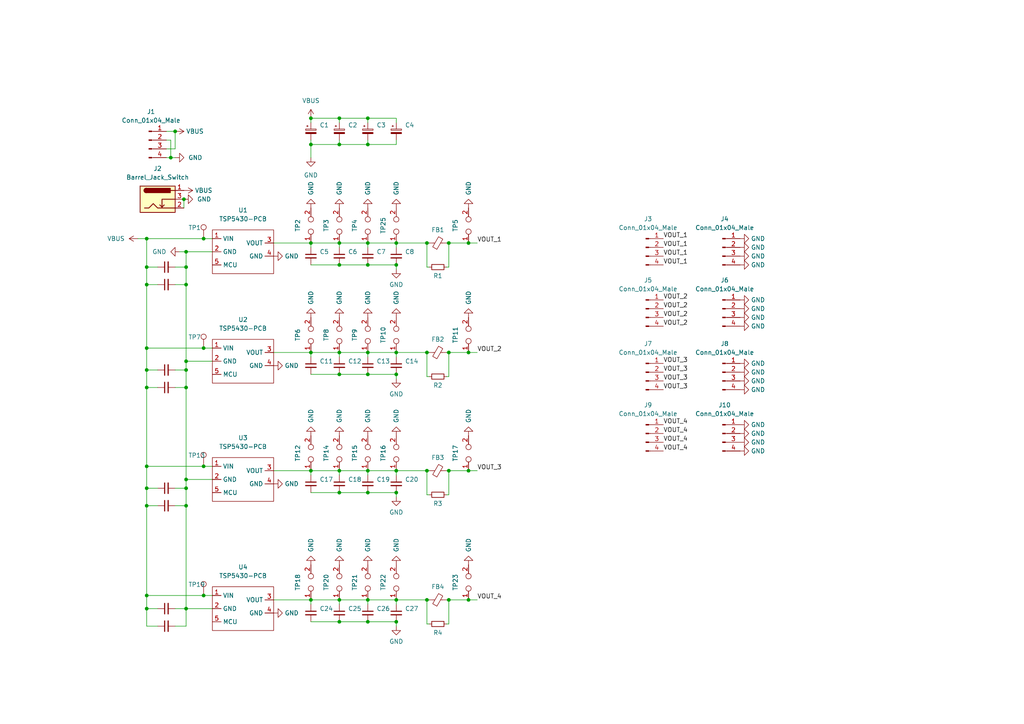
<source format=kicad_sch>
(kicad_sch (version 20211123) (generator eeschema)
  (paper "A4")
  (lib_symbols
    (symbol "#Wegner:TSP5430-PCB"
      (property "Reference" "U" (at 0 -8.89 0))
      (property "Value" "TSP5430-PCB" (at 0 8.89 0))
      (symbol "TSP5430-PCB_0_1"
        (rectangle (start -8.89 6.35) (end 8.89 -6.35))
      )
      (symbol "TSP5430-PCB_1_1"
        (pin input line (at -8.89 3.81 0) (length 2.54) (name "VIN") (number "1"))
        (pin input line (at -8.89 0 0) (length 2.54) (name "GND") (number "2"))
        (pin output line (at 8.89 2.54 180) (length 2.54) (name "VOUT") (number "3"))
        (pin output line (at 8.89 -1.27 180) (length 2.54) (name "GND") (number "4"))
        (pin input line (at -8.89 -3.81 0) (length 2.54) (name "MCU") (number "5"))
      )
    )
    (symbol "Connector:Barrel_Jack_Switch" (pin_names hide)
      (property "Reference" "J" (at 0 5.334 0))
      (property "Value" "Barrel_Jack_Switch" (at 0 -5.08 0))
      (symbol "Barrel_Jack_Switch_0_1"
        (rectangle (start -5.08 3.81) (end 5.08 -3.81) (stroke (width 0.254)) (fill (type background)))
        (arc (start -3.302 3.175) (mid -3.937 2.54) (end -3.302 1.905) (stroke (width 0.254)))
        (arc (start -3.302 3.175) (mid -3.937 2.54) (end -3.302 1.905) (stroke (width 0.254)) (fill (type outline)))
        (polyline (pts (xy 1.27 -2.286) (xy 1.905 -1.651)) (stroke (width 0.254)))
        (polyline (pts (xy 5.08 2.54) (xy 3.81 2.54)) (stroke (width 0.254)))
        (polyline (pts (xy 5.08 0) (xy 1.27 0) (xy 1.27 -2.286) (xy 0.635 -1.651)) (stroke (width 0.254)))
        (polyline (pts (xy -3.81 -2.54) (xy -2.54 -2.54) (xy -1.27 -1.27) (xy 0 -2.54) (xy 2.54 -2.54) (xy 5.08 -2.54)) (stroke (width 0.254)))
        (rectangle (start 3.683 3.175) (end -3.302 1.905) (stroke (width 0.254)) (fill (type outline)))
      )
      (symbol "Barrel_Jack_Switch_1_1"
        (pin passive line (at 7.62 2.54 180) (length 2.54) (name "~") (number "1"))
        (pin passive line (at 7.62 -2.54 180) (length 2.54) (name "~") (number "2"))
        (pin passive line (at 7.62 0 180) (length 2.54) (name "~") (number "3"))
      )
    )
    (symbol "Connector:Conn_01x04_Male" (pin_names (offset 1.016) hide)
      (property "Reference" "J" (at 0 5.08 0))
      (property "Value" "Conn_01x04_Male" (at 0 -7.62 0))
      (symbol "Conn_01x04_Male_1_1"
        (polyline (pts (xy 1.27 -5.08) (xy 0.8636 -5.08)) (stroke (width 0.1524)))
        (polyline (pts (xy 1.27 -2.54) (xy 0.8636 -2.54)) (stroke (width 0.1524)))
        (polyline (pts (xy 1.27 0) (xy 0.8636 0)) (stroke (width 0.1524)))
        (polyline (pts (xy 1.27 2.54) (xy 0.8636 2.54)) (stroke (width 0.1524)))
        (rectangle (start 0.8636 -4.953) (end 0 -5.207) (stroke (width 0.1524)) (fill (type outline)))
        (rectangle (start 0.8636 -2.413) (end 0 -2.667) (stroke (width 0.1524)) (fill (type outline)))
        (rectangle (start 0.8636 0.127) (end 0 -0.127) (stroke (width 0.1524)) (fill (type outline)))
        (rectangle (start 0.8636 2.667) (end 0 2.413) (stroke (width 0.1524)) (fill (type outline)))
        (pin passive line (at 5.08 2.54 180) (length 3.81) (name "Pin_1") (number "1"))
        (pin passive line (at 5.08 0 180) (length 3.81) (name "Pin_2") (number "2"))
        (pin passive line (at 5.08 -2.54 180) (length 3.81) (name "Pin_3") (number "3"))
        (pin passive line (at 5.08 -5.08 180) (length 3.81) (name "Pin_4") (number "4"))
      )
    )
    (symbol "Connector:TestPoint" (pin_numbers hide) (pin_names (offset 0.762) hide)
      (property "Reference" "TP" (at 0 6.858 0))
      (property "Value" "TestPoint" (at 0 5.08 0))
      (symbol "TestPoint_0_1"
        (circle (center 0 3.302) (radius 0.762))
      )
      (symbol "TestPoint_1_1"
        (pin passive line (at 0 0 90) (length 2.54) (name "1") (number "1"))
      )
    )
    (symbol "Connector:TestPoint_2Pole" (pin_names (offset 0.762) hide)
      (property "Reference" "TP" (at 0 1.524 0))
      (property "Value" "TestPoint_2Pole" (at 0 -1.778 0))
      (symbol "TestPoint_2Pole_0_1"
        (circle (center -1.778 0) (radius 0.762))
        (circle (center 1.778 0) (radius 0.762))
        (pin passive line (at -5.08 0 0) (length 2.54) (name "1") (number "1"))
        (pin passive line (at 5.08 0 180) (length 2.54) (name "2") (number "2"))
      )
    )
    (symbol "Device:C_Polarized_Small" (pin_numbers hide) (pin_names (offset 0.254) hide)
      (property "Reference" "C" (at 0.254 1.778 0))
      (property "Value" "C_Polarized_Small" (at 0.254 -2.032 0))
      (symbol "C_Polarized_Small_0_1"
        (rectangle (start -1.524 -0.3048) (end 1.524 -0.6858) (fill (type outline)))
        (rectangle (start -1.524 0.6858) (end 1.524 0.3048))
        (polyline (pts (xy -1.27 1.524) (xy -0.762 1.524)))
        (polyline (pts (xy -1.016 1.27) (xy -1.016 1.778)))
      )
      (symbol "C_Polarized_Small_1_1"
        (pin passive line (at 0 2.54 270) (length 1.8542) (name "~") (number "1"))
        (pin passive line (at 0 -2.54 90) (length 1.8542) (name "~") (number "2"))
      )
    )
    (symbol "Device:C_Small" (pin_numbers hide) (pin_names (offset 0.254) hide)
      (property "Reference" "C" (at 0.254 1.778 0))
      (property "Value" "C_Small" (at 0.254 -2.032 0))
      (symbol "C_Small_0_1"
        (polyline (pts (xy -1.524 -0.508) (xy 1.524 -0.508)) (stroke (width 0.3302)))
        (polyline (pts (xy -1.524 0.508) (xy 1.524 0.508)) (stroke (width 0.3048)))
      )
      (symbol "C_Small_1_1"
        (pin passive line (at 0 2.54 270) (length 2.032) (name "~") (number "1"))
        (pin passive line (at 0 -2.54 90) (length 2.032) (name "~") (number "2"))
      )
    )
    (symbol "Device:FerriteBead_Small" (pin_numbers hide) (pin_names (offset 0))
      (property "Reference" "FB" (at 1.905 1.27 0))
      (property "Value" "FerriteBead_Small" (at 1.905 -1.27 0))
      (symbol "FerriteBead_Small_0_1"
        (polyline (pts (xy 0 -1.27) (xy 0 -0.7874)))
        (polyline (pts (xy 0 0.889) (xy 0 1.2954)))
        (polyline (pts (xy -1.8288 0.2794) (xy -1.1176 1.4986) (xy 1.8288 -0.2032) (xy 1.1176 -1.4224) (xy -1.8288 0.2794)))
      )
      (symbol "FerriteBead_Small_1_1"
        (pin passive line (at 0 2.54 270) (length 1.27) (name "~") (number "1"))
        (pin passive line (at 0 -2.54 90) (length 1.27) (name "~") (number "2"))
      )
    )
    (symbol "Device:R_Small" (pin_numbers hide) (pin_names (offset 0.254) hide)
      (property "Reference" "R" (at 0.762 0.508 0))
      (property "Value" "R_Small" (at 0.762 -1.016 0))
      (symbol "R_Small_0_1"
        (rectangle (start -0.762 1.778) (end 0.762 -1.778) (stroke (width 0.2032)))
      )
      (symbol "R_Small_1_1"
        (pin passive line (at 0 2.54 270) (length 0.762) (name "~") (number "1"))
        (pin passive line (at 0 -2.54 90) (length 0.762) (name "~") (number "2"))
      )
    )
    (symbol "power:GND" (power) (pin_names (offset 0))
      (property "Value" "GND" (at 0 -3.81 0))
      (symbol "GND_0_1"
        (polyline (pts (xy 0 0) (xy 0 -1.27) (xy 1.27 -1.27) (xy 0 -2.54) (xy -1.27 -1.27) (xy 0 -1.27)))
      )
      (symbol "GND_1_1"
        (pin power_in line (at 0 0 270) (length 0) hide (name "GND") (number "1"))
      )
    )
    (symbol "power:VBUS" (power) (pin_names (offset 0))
      (property "Value" "VBUS" (at 0 3.81 0))
      (symbol "VBUS_0_1"
        (polyline (pts (xy -0.762 1.27) (xy 0 2.54)))
        (polyline (pts (xy 0 0) (xy 0 2.54)))
        (polyline (pts (xy 0 2.54) (xy 0.762 1.27)))
      )
      (symbol "VBUS_1_1"
        (pin power_in line (at 0 0 90) (length 0) hide (name "VBUS") (number "1"))
      )
    )
  )
  (junction (at 98.425 76.835))
  (junction (at 98.425 142.875))
  (junction (at 90.17 34.29))
  (junction (at 42.545 107.315))
  (junction (at 106.68 173.99))
  (junction (at 114.935 180.34))
  (junction (at 98.425 102.235))
  (junction (at 53.975 107.315))
  (junction (at 90.17 173.99))
  (junction (at 42.545 77.47))
  (junction (at 98.425 41.91))
  (junction (at 42.545 100.965))
  (junction (at 135.89 70.485))
  (junction (at 114.935 102.235))
  (junction (at 98.425 180.34))
  (junction (at 42.545 82.55))
  (junction (at 123.825 173.99))
  (junction (at 106.68 180.34))
  (junction (at 42.545 112.395))
  (junction (at 106.68 102.235))
  (junction (at 42.545 172.72))
  (junction (at 106.68 41.91))
  (junction (at 130.175 173.99))
  (junction (at 53.975 141.605))
  (junction (at 123.825 102.235))
  (junction (at 42.545 135.255))
  (junction (at 98.425 136.525))
  (junction (at 59.055 69.215))
  (junction (at 59.055 135.255))
  (junction (at 53.34 57.785))
  (junction (at 123.825 136.525))
  (junction (at 53.975 176.53))
  (junction (at 42.545 176.53))
  (junction (at 114.935 136.525))
  (junction (at 106.68 142.875))
  (junction (at 53.975 139.065))
  (junction (at 130.175 136.525))
  (junction (at 53.975 77.47))
  (junction (at 42.545 141.605))
  (junction (at 53.975 112.395))
  (junction (at 106.68 34.29))
  (junction (at 114.935 173.99))
  (junction (at 50.8 38.1))
  (junction (at 106.68 76.835))
  (junction (at 114.935 70.485))
  (junction (at 59.055 100.965))
  (junction (at 49.53 45.72))
  (junction (at 53.975 104.775))
  (junction (at 114.935 108.585))
  (junction (at 90.17 70.485))
  (junction (at 130.175 102.235))
  (junction (at 98.425 173.99))
  (junction (at 123.825 70.485))
  (junction (at 135.89 102.235))
  (junction (at 53.975 82.55))
  (junction (at 59.055 172.72))
  (junction (at 114.935 76.835))
  (junction (at 106.68 136.525))
  (junction (at 53.975 73.025))
  (junction (at 42.545 146.685))
  (junction (at 130.175 70.485))
  (junction (at 90.17 41.91))
  (junction (at 98.425 108.585))
  (junction (at 135.89 173.99))
  (junction (at 90.17 102.235))
  (junction (at 42.545 69.215))
  (junction (at 98.425 70.485))
  (junction (at 135.89 136.525))
  (junction (at 53.975 146.685))
  (junction (at 98.425 34.29))
  (junction (at 114.935 142.875))
  (junction (at 90.17 136.525))
  (junction (at 106.68 108.585))
  (junction (at 106.68 70.485))
  (wire (pts (xy 90.17 76.835) (xy 98.425 76.835)))
  (wire (pts (xy 50.8 181.61) (xy 53.975 181.61)))
  (wire (pts (xy 114.935 76.835) (xy 114.935 78.105)))
  (wire (pts (xy 90.17 40.64) (xy 90.17 41.91)))
  (wire (pts (xy 106.68 70.485) (xy 106.68 71.755)))
  (wire (pts (xy 40.005 69.215) (xy 42.545 69.215)))
  (wire (pts (xy 98.425 40.64) (xy 98.425 41.91)))
  (wire (pts (xy 129.54 70.485) (xy 130.175 70.485)))
  (wire (pts (xy 123.825 180.975) (xy 124.46 180.975)))
  (wire (pts (xy 98.425 34.29) (xy 106.68 34.29)))
  (wire (pts (xy 114.935 70.485) (xy 123.825 70.485)))
  (wire (pts (xy 123.825 70.485) (xy 123.825 77.47)))
  (wire (pts (xy 106.68 34.29) (xy 114.935 34.29)))
  (wire (pts (xy 130.175 77.47) (xy 130.175 70.485)))
  (wire (pts (xy 106.68 136.525) (xy 106.68 137.795)))
  (wire (pts (xy 114.935 108.585) (xy 114.935 109.855)))
  (wire (pts (xy 123.825 102.235) (xy 124.46 102.235)))
  (wire (pts (xy 59.055 135.255) (xy 61.595 135.255)))
  (wire (pts (xy 50.8 112.395) (xy 53.975 112.395)))
  (wire (pts (xy 114.935 136.525) (xy 123.825 136.525)))
  (wire (pts (xy 42.545 135.255) (xy 42.545 141.605)))
  (wire (pts (xy 98.425 102.235) (xy 106.68 102.235)))
  (wire (pts (xy 129.54 77.47) (xy 130.175 77.47)))
  (wire (pts (xy 42.545 82.55) (xy 42.545 100.965)))
  (wire (pts (xy 130.175 102.235) (xy 135.89 102.235)))
  (wire (pts (xy 59.055 172.72) (xy 61.595 172.72)))
  (wire (pts (xy 90.17 41.91) (xy 98.425 41.91)))
  (wire (pts (xy 135.89 173.99) (xy 138.43 173.99)))
  (wire (pts (xy 61.595 69.215) (xy 59.055 69.215)))
  (wire (pts (xy 106.68 136.525) (xy 114.935 136.525)))
  (wire (pts (xy 49.53 40.64) (xy 49.53 45.72)))
  (wire (pts (xy 42.545 100.965) (xy 59.055 100.965)))
  (wire (pts (xy 42.545 82.55) (xy 45.72 82.55)))
  (wire (pts (xy 53.975 141.605) (xy 53.975 139.065)))
  (wire (pts (xy 42.545 176.53) (xy 42.545 181.61)))
  (wire (pts (xy 52.07 73.025) (xy 53.975 73.025)))
  (wire (pts (xy 53.34 57.785) (xy 53.34 60.325)))
  (wire (pts (xy 106.68 173.99) (xy 106.68 175.26)))
  (wire (pts (xy 123.825 136.525) (xy 123.825 143.51)))
  (wire (pts (xy 53.975 107.315) (xy 53.975 104.775)))
  (wire (pts (xy 106.68 102.235) (xy 106.68 103.505)))
  (wire (pts (xy 98.425 70.485) (xy 98.425 71.755)))
  (wire (pts (xy 50.8 107.315) (xy 53.975 107.315)))
  (wire (pts (xy 53.975 73.025) (xy 61.595 73.025)))
  (wire (pts (xy 123.825 173.99) (xy 123.825 180.975)))
  (wire (pts (xy 106.68 102.235) (xy 114.935 102.235)))
  (wire (pts (xy 114.935 180.34) (xy 114.935 181.61)))
  (wire (pts (xy 98.425 70.485) (xy 106.68 70.485)))
  (wire (pts (xy 135.89 136.525) (xy 138.43 136.525)))
  (wire (pts (xy 130.175 180.975) (xy 130.175 173.99)))
  (wire (pts (xy 98.425 34.29) (xy 98.425 35.56)))
  (wire (pts (xy 61.595 176.53) (xy 53.975 176.53)))
  (wire (pts (xy 50.8 176.53) (xy 53.975 176.53)))
  (wire (pts (xy 53.975 82.55) (xy 53.975 104.775)))
  (wire (pts (xy 123.825 77.47) (xy 124.46 77.47)))
  (wire (pts (xy 59.055 69.215) (xy 42.545 69.215)))
  (wire (pts (xy 98.425 136.525) (xy 106.68 136.525)))
  (wire (pts (xy 90.17 34.29) (xy 90.17 35.56)))
  (wire (pts (xy 48.26 40.64) (xy 49.53 40.64)))
  (wire (pts (xy 53.975 146.685) (xy 53.975 176.53)))
  (wire (pts (xy 90.17 70.485) (xy 98.425 70.485)))
  (wire (pts (xy 106.68 41.91) (xy 114.935 41.91)))
  (wire (pts (xy 98.425 173.99) (xy 98.425 175.26)))
  (wire (pts (xy 42.545 181.61) (xy 45.72 181.61)))
  (wire (pts (xy 129.54 180.975) (xy 130.175 180.975)))
  (wire (pts (xy 90.17 108.585) (xy 98.425 108.585)))
  (wire (pts (xy 98.425 180.34) (xy 106.68 180.34)))
  (wire (pts (xy 53.975 112.395) (xy 53.975 139.065)))
  (wire (pts (xy 42.545 112.395) (xy 42.545 135.255)))
  (wire (pts (xy 42.545 69.215) (xy 42.545 77.47)))
  (wire (pts (xy 50.8 82.55) (xy 53.975 82.55)))
  (wire (pts (xy 48.26 38.1) (xy 50.8 38.1)))
  (wire (pts (xy 53.975 112.395) (xy 53.975 107.315)))
  (wire (pts (xy 123.825 102.235) (xy 123.825 109.22)))
  (wire (pts (xy 50.8 141.605) (xy 53.975 141.605)))
  (wire (pts (xy 98.425 41.91) (xy 106.68 41.91)))
  (wire (pts (xy 50.8 77.47) (xy 53.975 77.47)))
  (wire (pts (xy 53.975 104.775) (xy 61.595 104.775)))
  (wire (pts (xy 130.175 109.22) (xy 130.175 102.235)))
  (wire (pts (xy 98.425 108.585) (xy 106.68 108.585)))
  (wire (pts (xy 123.825 173.99) (xy 124.46 173.99)))
  (wire (pts (xy 79.375 70.485) (xy 90.17 70.485)))
  (wire (pts (xy 114.935 102.235) (xy 123.825 102.235)))
  (wire (pts (xy 90.17 41.91) (xy 90.17 45.72)))
  (wire (pts (xy 114.935 41.91) (xy 114.935 40.64)))
  (wire (pts (xy 90.17 102.235) (xy 90.17 103.505)))
  (wire (pts (xy 49.53 45.72) (xy 48.26 45.72)))
  (wire (pts (xy 53.975 139.065) (xy 61.595 139.065)))
  (wire (pts (xy 42.545 135.255) (xy 59.055 135.255)))
  (wire (pts (xy 53.975 82.55) (xy 53.975 77.47)))
  (wire (pts (xy 98.425 76.835) (xy 106.68 76.835)))
  (wire (pts (xy 123.825 109.22) (xy 124.46 109.22)))
  (wire (pts (xy 79.375 173.99) (xy 90.17 173.99)))
  (wire (pts (xy 42.545 77.47) (xy 45.72 77.47)))
  (wire (pts (xy 42.545 100.965) (xy 42.545 107.315)))
  (wire (pts (xy 114.935 142.875) (xy 114.935 144.145)))
  (wire (pts (xy 42.545 146.685) (xy 42.545 172.72)))
  (wire (pts (xy 129.54 136.525) (xy 130.175 136.525)))
  (wire (pts (xy 129.54 109.22) (xy 130.175 109.22)))
  (wire (pts (xy 114.935 173.99) (xy 114.935 175.26)))
  (wire (pts (xy 130.175 136.525) (xy 135.89 136.525)))
  (wire (pts (xy 53.975 176.53) (xy 53.975 181.61)))
  (wire (pts (xy 114.935 102.235) (xy 114.935 103.505)))
  (wire (pts (xy 90.17 136.525) (xy 90.17 137.795)))
  (wire (pts (xy 42.545 141.605) (xy 45.72 141.605)))
  (wire (pts (xy 129.54 102.235) (xy 130.175 102.235)))
  (wire (pts (xy 90.17 70.485) (xy 90.17 71.755)))
  (wire (pts (xy 42.545 77.47) (xy 42.545 82.55)))
  (wire (pts (xy 42.545 107.315) (xy 42.545 112.395)))
  (wire (pts (xy 50.8 146.685) (xy 53.975 146.685)))
  (wire (pts (xy 114.935 35.56) (xy 114.935 34.29)))
  (wire (pts (xy 90.17 102.235) (xy 98.425 102.235)))
  (wire (pts (xy 42.545 146.685) (xy 45.72 146.685)))
  (wire (pts (xy 106.68 142.875) (xy 114.935 142.875)))
  (wire (pts (xy 106.68 173.99) (xy 114.935 173.99)))
  (wire (pts (xy 79.375 102.235) (xy 90.17 102.235)))
  (wire (pts (xy 42.545 172.72) (xy 59.055 172.72)))
  (wire (pts (xy 98.425 102.235) (xy 98.425 103.505)))
  (wire (pts (xy 98.425 142.875) (xy 106.68 142.875)))
  (wire (pts (xy 114.935 173.99) (xy 123.825 173.99)))
  (wire (pts (xy 90.17 173.99) (xy 90.17 175.26)))
  (wire (pts (xy 50.8 38.1) (xy 50.8 43.18)))
  (wire (pts (xy 123.825 70.485) (xy 124.46 70.485)))
  (wire (pts (xy 90.17 34.29) (xy 98.425 34.29)))
  (wire (pts (xy 106.68 108.585) (xy 114.935 108.585)))
  (wire (pts (xy 135.89 70.485) (xy 138.43 70.485)))
  (wire (pts (xy 98.425 173.99) (xy 106.68 173.99)))
  (wire (pts (xy 130.175 143.51) (xy 130.175 136.525)))
  (wire (pts (xy 129.54 173.99) (xy 130.175 173.99)))
  (wire (pts (xy 90.17 180.34) (xy 98.425 180.34)))
  (wire (pts (xy 106.68 70.485) (xy 114.935 70.485)))
  (wire (pts (xy 50.8 43.18) (xy 48.26 43.18)))
  (wire (pts (xy 90.17 173.99) (xy 98.425 173.99)))
  (wire (pts (xy 106.68 35.56) (xy 106.68 34.29)))
  (wire (pts (xy 123.825 143.51) (xy 124.46 143.51)))
  (wire (pts (xy 90.17 142.875) (xy 98.425 142.875)))
  (wire (pts (xy 53.975 77.47) (xy 53.975 73.025)))
  (wire (pts (xy 98.425 136.525) (xy 98.425 137.795)))
  (wire (pts (xy 42.545 176.53) (xy 45.72 176.53)))
  (wire (pts (xy 130.175 70.485) (xy 135.89 70.485)))
  (wire (pts (xy 42.545 172.72) (xy 42.545 176.53)))
  (wire (pts (xy 42.545 107.315) (xy 45.72 107.315)))
  (wire (pts (xy 106.68 76.835) (xy 114.935 76.835)))
  (wire (pts (xy 123.825 136.525) (xy 124.46 136.525)))
  (wire (pts (xy 42.545 141.605) (xy 42.545 146.685)))
  (wire (pts (xy 53.975 146.685) (xy 53.975 141.605)))
  (wire (pts (xy 59.055 100.965) (xy 61.595 100.965)))
  (wire (pts (xy 79.375 136.525) (xy 90.17 136.525)))
  (wire (pts (xy 90.17 136.525) (xy 98.425 136.525)))
  (wire (pts (xy 135.89 102.235) (xy 138.43 102.235)))
  (wire (pts (xy 129.54 143.51) (xy 130.175 143.51)))
  (wire (pts (xy 114.935 70.485) (xy 114.935 71.755)))
  (wire (pts (xy 130.175 173.99) (xy 135.89 173.99)))
  (wire (pts (xy 106.68 180.34) (xy 114.935 180.34)))
  (wire (pts (xy 50.8 45.72) (xy 49.53 45.72)))
  (wire (pts (xy 42.545 112.395) (xy 45.72 112.395)))
  (wire (pts (xy 106.68 40.64) (xy 106.68 41.91)))
  (wire (pts (xy 114.935 136.525) (xy 114.935 137.795)))
  (label "VOUT_2" (at 192.405 86.995 0))
  (label "VOUT_1" (at 192.405 71.755 0))
  (label "VOUT_3" (at 192.405 110.49 0))
  (label "VOUT_4" (at 138.43 173.99 0))
  (label "VOUT_3" (at 192.405 107.95 0))
  (label "VOUT_2" (at 192.405 94.615 0))
  (label "VOUT_4" (at 192.405 128.27 0))
  (label "VOUT_2" (at 192.405 89.535 0))
  (label "VOUT_3" (at 138.43 136.525 0))
  (label "VOUT_1" (at 192.405 69.215 0))
  (label "VOUT_4" (at 192.405 123.19 0))
  (label "VOUT_1" (at 138.43 70.485 0))
  (label "VOUT_4" (at 192.405 130.81 0))
  (label "VOUT_4" (at 192.405 125.73 0))
  (label "VOUT_1" (at 192.405 74.295 0))
  (label "VOUT_2" (at 192.405 92.075 0))
  (label "VOUT_1" (at 192.405 76.835 0))
  (label "VOUT_3" (at 192.405 105.41 0))
  (label "VOUT_2" (at 138.43 102.235 0))
  (label "VOUT_3" (at 192.405 113.03 0))
  (symbol (lib_id "power:GND") (at 214.63 105.41 90) (unit 1)
    (property "Reference" "#PWR021" (effects hide))
    (property "Value" "GND" (at 217.805 105.4099 90) (effects (justify right)))
  )
  (symbol (lib_id "Connector:TestPoint_2Pole") (at 114.935 168.91 90) (unit 1)
    (property "Reference" "TP22" (at 111.125 168.91 0))
    (property "Value" "TestPoint_2Pole" (effects hide))
    (property "Footprint" "TestPoint:TestPoint_2Pads_Pitch5.08mm_Drill1.3mm" (effects hide))
  )
  (symbol (lib_id "Device:C_Small") (at 48.26 77.47 90) (unit 1)
    (property "Reference" "C9" (effects hide))
    (property "Value" "C_Small" (effects hide))
    (property "Footprint" "Bloomer_Library:0805-1206Capacitor" (effects hide))
  )
  (symbol (lib_id "power:GND") (at 214.63 71.755 90) (unit 1)
    (property "Reference" "#PWR09" (effects hide))
    (property "Value" "GND" (at 217.805 71.7549 90) (effects (justify right)))
  )
  (symbol (lib_id "power:GND") (at 114.935 181.61 0) (unit 1)
    (property "Reference" "#PWR032" (effects hide))
    (property "Value" "GND" (at 114.935 186.055 0))
  )
  (symbol (lib_id "Device:C_Small") (at 48.26 176.53 90) (unit 1)
    (property "Reference" "C23" (effects hide))
    (property "Value" "C_Small" (effects hide))
    (property "Footprint" "Bloomer_Library:0805-1206Capacitor" (effects hide))
  )
  (symbol (lib_id "Connector:TestPoint_2Pole") (at 90.17 65.405 90) (unit 1)
    (property "Reference" "TP2" (at 86.36 65.405 0))
    (property "Value" "TestPoint_2Pole" (effects hide))
    (property "Footprint" "TestPoint:TestPoint_2Pads_Pitch5.08mm_Drill1.3mm" (effects hide))
  )
  (symbol (lib_id "Device:C_Polarized_Small") (at 106.68 38.1 0) (unit 1)
    (property "Reference" "C3" (at 109.22 36.2838 0) (effects (justify left)))
    (property "Value" "C_Polarized_Small" (effects hide))
    (property "Footprint" "Capacitor_THT:CP_Radial_D8.0mm_P3.50mm" (effects hide))
  )
  (symbol (lib_id "Device:C_Polarized_Small") (at 90.17 38.1 0) (unit 1)
    (property "Reference" "C1" (at 92.71 36.2838 0) (effects (justify left)))
    (property "Value" "C_Polarized_Small" (effects hide))
    (property "Footprint" "Capacitor_THT:CP_Radial_D8.0mm_P3.50mm" (effects hide))
  )
  (symbol (lib_id "power:GND") (at 214.63 92.075 90) (unit 1)
    (property "Reference" "#PWR017" (effects hide))
    (property "Value" "GND" (at 217.805 92.0749 90) (effects (justify right)))
  )
  (symbol (lib_id "Connector:TestPoint_2Pole") (at 106.68 97.155 90) (unit 1)
    (property "Reference" "TP9" (at 102.87 97.155 0))
    (property "Value" "TestPoint_2Pole" (effects hide))
    (property "Footprint" "TestPoint:TestPoint_2Pads_Pitch5.08mm_Drill1.3mm" (effects hide))
  )
  (symbol (lib_id "Connector:TestPoint_2Pole") (at 106.68 65.405 90) (unit 1)
    (property "Reference" "TP4" (at 102.87 65.405 0))
    (property "Value" "TestPoint_2Pole" (effects hide))
    (property "Footprint" "TestPoint:TestPoint_2Pads_Pitch5.08mm_Drill1.3mm" (effects hide))
  )
  (symbol (lib_id "Device:FerriteBead_Small") (at 127 102.235 90) (unit 1)
    (property "Reference" "FB2" (at 127 98.425 90))
    (property "Value" "FerriteBead_Small" (effects hide))
    (property "Footprint" "Bloomer_Library:0805-1206Capacitor" (effects hide))
  )
  (symbol (lib_id "Connector:TestPoint_2Pole") (at 98.425 65.405 90) (unit 1)
    (property "Reference" "TP3" (at 94.615 65.405 0))
    (property "Value" "TestPoint_2Pole" (effects hide))
    (property "Footprint" "TestPoint:TestPoint_2Pads_Pitch5.08mm_Drill1.3mm" (effects hide))
  )
  (symbol (lib_id "Device:C_Small") (at 114.935 74.295 0) (unit 1)
    (property "Reference" "C8" (at 117.475 73.025 0) (effects (justify left)))
    (property "Value" "C_Small" (effects hide))
    (property "Footprint" "Bloomer_Library:0805-1206Capacitor" (effects hide))
  )
  (symbol (lib_id "Connector:Conn_01x04_Male") (at 187.325 89.535 0) (unit 1)
    (property "Reference" "J5" (at 187.96 81.28 0))
    (property "Value" "Conn_01x04_Male" (at 187.96 83.82 0))
    (property "Footprint" "Connector_PinSocket_2.54mm:PinSocket_1x04_P2.54mm_Vertical" (effects hide))
  )
  (symbol (lib_id "power:VBUS") (at 90.17 34.29 0) (unit 1)
    (property "Reference" "#PWR01" (effects hide))
    (property "Value" "VBUS" (at 90.17 29.21 0))
  )
  (symbol (lib_id "#Wegner:TSP5430-PCB") (at 70.485 73.025 0) (unit 1)
    (property "Reference" "U1" (at 70.485 60.96 0))
    (property "Value" "TSP5430-PCB" (at 70.485 63.5 0))
    (property "Footprint" "Bloomer_Library:TPS5430-REV3" (effects hide))
  )
  (symbol (lib_id "power:GND") (at 90.17 126.365 180) (unit 1)
    (property "Reference" "#PWR0113" (effects hide))
    (property "Value" "GND" (at 90.17 120.65 90))
  )
  (symbol (lib_id "power:GND") (at 114.935 126.365 180) (unit 1)
    (property "Reference" "#PWR0116" (effects hide))
    (property "Value" "GND" (at 114.935 120.65 90))
  )
  (symbol (lib_id "Device:C_Small") (at 114.935 140.335 0) (unit 1)
    (property "Reference" "C20" (at 117.475 139.065 0) (effects (justify left)))
    (property "Value" "C_Small" (effects hide))
    (property "Footprint" "Bloomer_Library:0805-1206Capacitor" (effects hide))
  )
  (symbol (lib_id "power:GND") (at 214.63 74.295 90) (unit 1)
    (property "Reference" "#PWR012" (effects hide))
    (property "Value" "GND" (at 217.805 74.2949 90) (effects (justify right)))
  )
  (symbol (lib_id "Connector:Conn_01x04_Male") (at 187.325 71.755 0) (unit 1)
    (property "Reference" "J3" (at 187.96 63.5 0))
    (property "Value" "Conn_01x04_Male" (at 187.96 66.04 0))
    (property "Footprint" "Connector_PinSocket_2.54mm:PinSocket_1x04_P2.54mm_Vertical" (effects hide))
  )
  (symbol (lib_id "Device:C_Small") (at 106.68 74.295 0) (unit 1)
    (property "Reference" "C7" (at 109.22 73.025 0) (effects (justify left)))
    (property "Value" "C_Small" (effects hide))
    (property "Footprint" "Bloomer_Library:0805-1206Capacitor" (effects hide))
  )
  (symbol (lib_id "power:GND") (at 106.68 92.075 180) (unit 1)
    (property "Reference" "#PWR0111" (effects hide))
    (property "Value" "GND" (at 106.68 86.36 90))
  )
  (symbol (lib_id "Connector:TestPoint_2Pole") (at 106.68 168.91 90) (unit 1)
    (property "Reference" "TP21" (at 102.87 168.91 0))
    (property "Value" "TestPoint_2Pole" (effects hide))
    (property "Footprint" "TestPoint:TestPoint_2Pads_Pitch5.08mm_Drill1.3mm" (effects hide))
  )
  (symbol (lib_id "Connector:TestPoint_2Pole") (at 135.89 65.405 90) (unit 1)
    (property "Reference" "TP5" (at 132.08 65.405 0))
    (property "Value" "TestPoint_2Pole" (effects hide))
    (property "Footprint" "TestPoint:TestPoint_2Pads_Pitch5.08mm_Drill1.3mm" (effects hide))
  )
  (symbol (lib_id "power:GND") (at 214.63 107.95 90) (unit 1)
    (property "Reference" "#PWR022" (effects hide))
    (property "Value" "GND" (at 217.805 107.9499 90) (effects (justify right)))
  )
  (symbol (lib_id "Device:C_Small") (at 48.26 107.315 90) (unit 1)
    (property "Reference" "C15" (effects hide))
    (property "Value" "C_Small" (effects hide))
    (property "Footprint" "Bloomer_Library:0805-1206Capacitor" (effects hide))
  )
  (symbol (lib_id "Device:C_Small") (at 90.17 140.335 0) (unit 1)
    (property "Reference" "C17" (at 92.71 139.065 0) (effects (justify left)))
    (property "Value" "C_Small" (effects hide))
    (property "Footprint" "Bloomer_Library:0805-1206Capacitor" (effects hide))
  )
  (symbol (lib_id "Connector:Conn_01x04_Male") (at 209.55 125.73 0) (unit 1)
    (property "Reference" "J10" (at 210.185 117.475 0))
    (property "Value" "Conn_01x04_Male" (at 210.185 120.015 0))
    (property "Footprint" "Connector_PinSocket_2.54mm:PinSocket_1x04_P2.54mm_Vertical" (effects hide))
  )
  (symbol (lib_id "Connector:Conn_01x04_Male") (at 209.55 89.535 0) (unit 1)
    (property "Reference" "J6" (at 210.185 81.28 0))
    (property "Value" "Conn_01x04_Male" (at 210.185 83.82 0))
    (property "Footprint" "Connector_PinSocket_2.54mm:PinSocket_1x04_P2.54mm_Vertical" (effects hide))
  )
  (symbol (lib_id "Device:FerriteBead_Small") (at 127 70.485 90) (unit 1)
    (property "Reference" "FB1" (at 127 66.675 90))
    (property "Value" "FerriteBead_Small" (effects hide))
    (property "Footprint" "Bloomer_Library:0805-1206Capacitor" (effects hide))
  )
  (symbol (lib_id "Connector:TestPoint_2Pole") (at 114.935 65.405 90) (unit 1)
    (property "Reference" "TP25" (at 111.125 65.405 0))
    (property "Value" "TestPoint_2Pole" (effects hide))
    (property "Footprint" "TestPoint:TestPoint_2Pads_Pitch5.08mm_Drill1.3mm" (effects hide))
  )
  (symbol (lib_id "power:GND") (at 114.935 78.105 0) (unit 1)
    (property "Reference" "#PWR014" (effects hide))
    (property "Value" "GND" (at 114.935 82.55 0))
  )
  (symbol (lib_id "power:GND") (at 214.63 94.615 90) (unit 1)
    (property "Reference" "#PWR018" (effects hide))
    (property "Value" "GND" (at 217.805 94.6149 90) (effects (justify right)))
  )
  (symbol (lib_id "Device:C_Small") (at 98.425 140.335 0) (unit 1)
    (property "Reference" "C18" (at 100.965 139.065 0) (effects (justify left)))
    (property "Value" "C_Small" (effects hide))
    (property "Footprint" "Bloomer_Library:0805-1206Capacitor" (effects hide))
  )
  (symbol (lib_id "Connector:TestPoint_2Pole") (at 98.425 97.155 90) (unit 1)
    (property "Reference" "TP8" (at 94.615 97.155 0))
    (property "Value" "TestPoint_2Pole" (effects hide))
    (property "Footprint" "TestPoint:TestPoint_2Pads_Pitch5.08mm_Drill1.3mm" (effects hide))
  )
  (symbol (lib_id "power:GND") (at 79.375 140.335 90) (unit 1)
    (property "Reference" "#PWR025" (effects hide))
    (property "Value" "GND" (at 82.55 140.3349 90) (effects (justify right)))
  )
  (symbol (lib_id "power:GND") (at 79.375 74.295 90) (unit 1)
    (property "Reference" "#PWR011" (effects hide))
    (property "Value" "GND" (at 82.55 74.2949 90) (effects (justify right)))
  )
  (symbol (lib_id "Device:C_Small") (at 98.425 177.8 0) (unit 1)
    (property "Reference" "C25" (at 100.965 176.53 0) (effects (justify left)))
    (property "Value" "C_Small" (effects hide))
    (property "Footprint" "Bloomer_Library:0805-1206Capacitor" (effects hide))
  )
  (symbol (lib_id "power:GND") (at 114.935 109.855 0) (unit 1)
    (property "Reference" "#PWR020" (effects hide))
    (property "Value" "GND" (at 114.935 114.3 0))
  )
  (symbol (lib_id "Connector:TestPoint_2Pole") (at 135.89 168.91 90) (unit 1)
    (property "Reference" "TP23" (at 132.08 168.91 0))
    (property "Value" "TestPoint_2Pole" (effects hide))
    (property "Footprint" "TestPoint:TestPoint_2Pads_Pitch5.08mm_Drill1.3mm" (effects hide))
  )
  (symbol (lib_id "power:GND") (at 214.63 125.73 90) (unit 1)
    (property "Reference" "#PWR028" (effects hide))
    (property "Value" "GND" (at 217.805 125.7299 90) (effects (justify right)))
  )
  (symbol (lib_id "Connector:Conn_01x04_Male") (at 209.55 107.95 0) (unit 1)
    (property "Reference" "J8" (at 210.185 99.695 0))
    (property "Value" "Conn_01x04_Male" (at 210.185 102.235 0))
    (property "Footprint" "Connector_PinSocket_2.54mm:PinSocket_1x04_P2.54mm_Vertical" (effects hide))
  )
  (symbol (lib_id "Device:R_Small") (at 127 109.22 90) (unit 1)
    (property "Reference" "R2" (at 127 111.76 90))
    (property "Value" "R_Small" (effects hide))
    (property "Footprint" "Bloomer_Library:0805-1206Capacitor" (effects hide))
  )
  (symbol (lib_id "power:GND") (at 106.68 126.365 180) (unit 1)
    (property "Reference" "#PWR0114" (effects hide))
    (property "Value" "GND" (at 106.68 120.65 90))
  )
  (symbol (lib_id "power:GND") (at 214.63 130.81 90) (unit 1)
    (property "Reference" "#PWR030" (effects hide))
    (property "Value" "GND" (at 217.805 130.8099 90) (effects (justify right)))
  )
  (symbol (lib_id "power:GND") (at 50.8 45.72 90) (unit 1)
    (property "Reference" "#PWR03" (effects hide))
    (property "Value" "GND" (at 54.61 45.7199 90) (effects (justify right)))
  )
  (symbol (lib_id "Device:C_Polarized_Small") (at 114.935 38.1 0) (unit 1)
    (property "Reference" "C4" (at 117.475 36.2838 0) (effects (justify left)))
    (property "Value" "C_Polarized_Small" (effects hide))
    (property "Footprint" "Capacitor_THT:CP_Radial_D8.0mm_P3.50mm" (effects hide))
  )
  (symbol (lib_id "power:GND") (at 214.63 123.19 90) (unit 1)
    (property "Reference" "#PWR027" (effects hide))
    (property "Value" "GND" (at 217.805 123.1899 90) (effects (justify right)))
  )
  (symbol (lib_id "Device:C_Small") (at 98.425 74.295 0) (unit 1)
    (property "Reference" "C6" (at 100.965 73.025 0) (effects (justify left)))
    (property "Value" "C_Small" (effects hide))
    (property "Footprint" "Bloomer_Library:0805-1206Capacitor" (effects hide))
  )
  (symbol (lib_id "Connector:TestPoint_2Pole") (at 90.17 131.445 90) (unit 1)
    (property "Reference" "TP12" (at 86.36 131.445 0))
    (property "Value" "TestPoint_2Pole" (effects hide))
    (property "Footprint" "TestPoint:TestPoint_2Pads_Pitch5.08mm_Drill1.3mm" (effects hide))
  )
  (symbol (lib_id "Device:C_Small") (at 48.26 82.55 90) (unit 1)
    (property "Reference" "C10" (effects hide))
    (property "Value" "C_Small" (effects hide))
    (property "Footprint" "Bloomer_Library:0805-1206Capacitor" (effects hide))
  )
  (symbol (lib_id "power:GND") (at 214.63 76.835 90) (unit 1)
    (property "Reference" "#PWR013" (effects hide))
    (property "Value" "GND" (at 217.805 76.8349 90) (effects (justify right)))
  )
  (symbol (lib_id "Device:C_Small") (at 48.26 141.605 90) (unit 1)
    (property "Reference" "C21" (effects hide))
    (property "Value" "C_Small" (effects hide))
    (property "Footprint" "Bloomer_Library:0805-1206Capacitor" (effects hide))
  )
  (symbol (lib_id "Device:C_Small") (at 106.68 140.335 0) (unit 1)
    (property "Reference" "C19" (at 109.22 139.065 0) (effects (justify left)))
    (property "Value" "C_Small" (effects hide))
    (property "Footprint" "Bloomer_Library:0805-1206Capacitor" (effects hide))
  )
  (symbol (lib_id "Connector:TestPoint_2Pole") (at 90.17 168.91 90) (unit 1)
    (property "Reference" "TP18" (at 86.36 168.91 0))
    (property "Value" "TestPoint_2Pole" (effects hide))
    (property "Footprint" "TestPoint:TestPoint_2Pads_Pitch5.08mm_Drill1.3mm" (effects hide))
  )
  (symbol (lib_id "Device:C_Small") (at 48.26 112.395 90) (unit 1)
    (property "Reference" "C16" (effects hide))
    (property "Value" "C_Small" (effects hide))
    (property "Footprint" "Bloomer_Library:0805-1206Capacitor" (effects hide))
  )
  (symbol (lib_id "Connector:TestPoint_2Pole") (at 90.17 97.155 90) (unit 1)
    (property "Reference" "TP6" (at 86.36 97.155 0))
    (property "Value" "TestPoint_2Pole" (effects hide))
    (property "Footprint" "TestPoint:TestPoint_2Pads_Pitch5.08mm_Drill1.3mm" (effects hide))
  )
  (symbol (lib_id "Device:C_Small") (at 106.68 177.8 0) (unit 1)
    (property "Reference" "C26" (at 109.22 176.53 0) (effects (justify left)))
    (property "Value" "C_Small" (effects hide))
    (property "Footprint" "Bloomer_Library:0805-1206Capacitor" (effects hide))
  )
  (symbol (lib_id "power:GND") (at 79.375 177.8 90) (unit 1)
    (property "Reference" "#PWR031" (effects hide))
    (property "Value" "GND" (at 82.55 177.7999 90) (effects (justify right)))
  )
  (symbol (lib_id "power:GND") (at 114.935 163.83 180) (unit 1)
    (property "Reference" "#PWR0112" (effects hide))
    (property "Value" "GND" (at 114.935 158.115 90))
  )
  (symbol (lib_id "Device:C_Small") (at 90.17 74.295 0) (unit 1)
    (property "Reference" "C5" (at 92.71 73.025 0) (effects (justify left)))
    (property "Value" "C_Small" (effects hide))
    (property "Footprint" "Bloomer_Library:0805-1206Capacitor" (effects hide))
  )
  (symbol (lib_id "power:GND") (at 79.375 106.045 90) (unit 1)
    (property "Reference" "#PWR019" (effects hide))
    (property "Value" "GND" (at 82.55 106.0449 90) (effects (justify right)))
  )
  (symbol (lib_id "Connector:TestPoint_2Pole") (at 114.935 97.155 90) (unit 1)
    (property "Reference" "TP10" (at 111.125 97.155 0))
    (property "Value" "TestPoint_2Pole" (effects hide))
    (property "Footprint" "TestPoint:TestPoint_2Pads_Pitch5.08mm_Drill1.3mm" (effects hide))
  )
  (symbol (lib_id "Device:FerriteBead_Small") (at 127 136.525 90) (unit 1)
    (property "Reference" "FB3" (at 127 132.715 90))
    (property "Value" "FerriteBead_Small" (effects hide))
    (property "Footprint" "Bloomer_Library:0805-1206Capacitor" (effects hide))
  )
  (symbol (lib_id "Device:C_Small") (at 106.68 106.045 0) (unit 1)
    (property "Reference" "C13" (at 109.22 104.775 0) (effects (justify left)))
    (property "Value" "C_Small" (effects hide))
    (property "Footprint" "Bloomer_Library:0805-1206Capacitor" (effects hide))
  )
  (symbol (lib_id "power:GND") (at 53.34 57.785 90) (unit 1)
    (property "Reference" "#PWR06" (effects hide))
    (property "Value" "GND" (at 57.15 57.7849 90) (effects (justify right)))
  )
  (symbol (lib_id "power:GND") (at 214.63 89.535 90) (unit 1)
    (property "Reference" "#PWR016" (effects hide))
    (property "Value" "GND" (at 217.805 89.5349 90) (effects (justify right)))
  )
  (symbol (lib_id "Device:C_Polarized_Small") (at 98.425 38.1 0) (unit 1)
    (property "Reference" "C2" (at 100.965 36.2838 0) (effects (justify left)))
    (property "Value" "C_Polarized_Small" (effects hide))
    (property "Footprint" "Capacitor_THT:CP_Radial_D8.0mm_P3.50mm" (effects hide))
  )
  (symbol (lib_id "Connector:TestPoint_2Pole") (at 98.425 131.445 90) (unit 1)
    (property "Reference" "TP14" (at 94.615 131.445 0))
    (property "Value" "TestPoint_2Pole" (effects hide))
    (property "Footprint" "TestPoint:TestPoint_2Pads_Pitch5.08mm_Drill1.3mm" (effects hide))
  )
  (symbol (lib_id "Connector:TestPoint") (at 59.055 69.215 0) (unit 1)
    (property "Reference" "TP1" (at 54.61 66.04 0) (effects (justify left)))
    (property "Value" "TestPoint" (effects hide))
    (property "Footprint" "TestPoint:TestPoint_Pad_D2.0mm" (effects hide))
  )
  (symbol (lib_id "Connector:TestPoint") (at 59.055 135.255 0) (unit 1)
    (property "Reference" "TP13" (at 54.61 132.08 0) (effects (justify left)))
    (property "Value" "TestPoint" (effects hide))
    (property "Footprint" "TestPoint:TestPoint_Pad_D2.0mm" (effects hide))
  )
  (symbol (lib_id "Connector:TestPoint_2Pole") (at 135.89 131.445 90) (unit 1)
    (property "Reference" "TP17" (at 132.08 131.445 0))
    (property "Value" "TestPoint_2Pole" (effects hide))
    (property "Footprint" "TestPoint:TestPoint_2Pads_Pitch5.08mm_Drill1.3mm" (effects hide))
  )
  (symbol (lib_id "power:GND") (at 90.17 45.72 0) (unit 1)
    (property "Reference" "#PWR04" (effects hide))
    (property "Value" "GND" (at 90.17 50.8 0))
  )
  (symbol (lib_id "Device:R_Small") (at 127 77.47 90) (unit 1)
    (property "Reference" "R1" (at 127 80.01 90))
    (property "Value" "R_Small" (effects hide))
    (property "Footprint" "Bloomer_Library:0805-1206Capacitor" (effects hide))
  )
  (symbol (lib_id "power:GND") (at 214.63 128.27 90) (unit 1)
    (property "Reference" "#PWR029" (effects hide))
    (property "Value" "GND" (at 217.805 128.2699 90) (effects (justify right)))
  )
  (symbol (lib_id "Connector:Conn_01x04_Male") (at 187.325 125.73 0) (unit 1)
    (property "Reference" "J9" (at 187.96 117.475 0))
    (property "Value" "Conn_01x04_Male" (at 187.96 120.015 0))
    (property "Footprint" "Connector_PinSocket_2.54mm:PinSocket_1x04_P2.54mm_Vertical" (effects hide))
  )
  (symbol (lib_id "power:GND") (at 90.17 60.325 180) (unit 1)
    (property "Reference" "#PWR0103" (effects hide))
    (property "Value" "GND" (at 90.17 54.61 90))
  )
  (symbol (lib_id "Connector:TestPoint_2Pole") (at 135.89 97.155 90) (unit 1)
    (property "Reference" "TP11" (at 132.08 97.155 0))
    (property "Value" "TestPoint_2Pole" (effects hide))
    (property "Footprint" "TestPoint:TestPoint_2Pads_Pitch5.08mm_Drill1.3mm" (effects hide))
  )
  (symbol (lib_id "Device:FerriteBead_Small") (at 127 173.99 90) (unit 1)
    (property "Reference" "FB4" (at 127 170.18 90))
    (property "Value" "FerriteBead_Small" (effects hide))
    (property "Footprint" "Bloomer_Library:0805-1206Capacitor" (effects hide))
  )
  (symbol (lib_id "Device:C_Small") (at 90.17 177.8 0) (unit 1)
    (property "Reference" "C24" (at 92.71 176.53 0) (effects (justify left)))
    (property "Value" "C_Small" (effects hide))
    (property "Footprint" "Bloomer_Library:0805-1206Capacitor" (effects hide))
  )
  (symbol (lib_id "Device:C_Small") (at 48.26 181.61 90) (unit 1)
    (property "Reference" "C28" (effects hide))
    (property "Value" "C_Small" (effects hide))
    (property "Footprint" "Bloomer_Library:0805-1206Capacitor" (effects hide))
  )
  (symbol (lib_id "Connector:TestPoint_2Pole") (at 106.68 131.445 90) (unit 1)
    (property "Reference" "TP15" (at 102.87 131.445 0))
    (property "Value" "TestPoint_2Pole" (effects hide))
    (property "Footprint" "TestPoint:TestPoint_2Pads_Pitch5.08mm_Drill1.3mm" (effects hide))
  )
  (symbol (lib_id "Connector:Conn_01x04_Male") (at 43.18 40.64 0) (unit 1)
    (property "Reference" "J1" (at 43.815 32.385 0))
    (property "Value" "Conn_01x04_Male" (at 43.815 34.925 0))
    (property "Footprint" "Connector_PinSocket_2.54mm:PinSocket_1x04_P2.54mm_Vertical" (effects hide))
  )
  (symbol (lib_id "power:GND") (at 114.935 92.075 180) (unit 1)
    (property "Reference" "#PWR0109" (effects hide))
    (property "Value" "GND" (at 114.935 86.36 90))
  )
  (symbol (lib_id "Connector:TestPoint_2Pole") (at 114.935 131.445 90) (unit 1)
    (property "Reference" "TP16" (at 111.125 131.445 0))
    (property "Value" "TestPoint_2Pole" (effects hide))
    (property "Footprint" "TestPoint:TestPoint_2Pads_Pitch5.08mm_Drill1.3mm" (effects hide))
  )
  (symbol (lib_id "Device:C_Small") (at 114.935 106.045 0) (unit 1)
    (property "Reference" "C14" (at 117.475 104.775 0) (effects (justify left)))
    (property "Value" "C_Small" (effects hide))
    (property "Footprint" "Bloomer_Library:0805-1206Capacitor" (effects hide))
  )
  (symbol (lib_id "Connector:Conn_01x04_Male") (at 209.55 71.755 0) (unit 1)
    (property "Reference" "J4" (at 210.185 63.5 0))
    (property "Value" "Conn_01x04_Male" (at 210.185 66.04 0))
    (property "Footprint" "Connector_PinSocket_2.54mm:PinSocket_1x04_P2.54mm_Vertical" (effects hide))
  )
  (symbol (lib_id "#Wegner:TSP5430-PCB") (at 70.485 104.775 0) (unit 1)
    (property "Reference" "U2" (at 70.485 92.71 0))
    (property "Value" "TSP5430-PCB" (at 70.485 95.25 0))
    (property "Footprint" "Bloomer_Library:TPS5430-REV3" (effects hide))
  )
  (symbol (lib_id "Connector:TestPoint_2Pole") (at 98.425 168.91 90) (unit 1)
    (property "Reference" "TP20" (at 94.615 168.91 0))
    (property "Value" "TestPoint_2Pole" (effects hide))
    (property "Footprint" "TestPoint:TestPoint_2Pads_Pitch5.08mm_Drill1.3mm" (effects hide))
  )
  (symbol (lib_id "power:GND") (at 106.68 163.83 180) (unit 1)
    (property "Reference" "#PWR0107" (effects hide))
    (property "Value" "GND" (at 106.68 158.115 90))
  )
  (symbol (lib_id "Device:R_Small") (at 127 143.51 90) (unit 1)
    (property "Reference" "R3" (at 127 146.05 90))
    (property "Value" "R_Small" (effects hide))
    (property "Footprint" "Bloomer_Library:0805-1206Capacitor" (effects hide))
  )
  (symbol (lib_id "#Wegner:TSP5430-PCB") (at 70.485 176.53 0) (unit 1)
    (property "Reference" "U4" (at 70.485 164.465 0))
    (property "Value" "TSP5430-PCB" (at 70.485 167.005 0))
    (property "Footprint" "Bloomer_Library:TPS5430-REV3" (effects hide))
  )
  (symbol (lib_id "power:GND") (at 114.935 60.325 180) (unit 1)
    (property "Reference" "#PWR0101" (effects hide))
    (property "Value" "GND" (at 114.935 54.61 90))
  )
  (symbol (lib_id "Connector:Conn_01x04_Male") (at 187.325 107.95 0) (unit 1)
    (property "Reference" "J7" (at 187.96 99.695 0))
    (property "Value" "Conn_01x04_Male" (at 187.96 102.235 0))
    (property "Footprint" "Connector_PinSocket_2.54mm:PinSocket_1x04_P2.54mm_Vertical" (effects hide))
  )
  (symbol (lib_id "Connector:Barrel_Jack_Switch") (at 45.72 57.785 0) (unit 1)
    (property "Reference" "J2" (at 45.72 48.895 0))
    (property "Value" "Barrel_Jack_Switch" (at 45.72 51.435 0))
    (property "Footprint" "Connector_BarrelJack:BarrelJack_GCT_DCJ200-10-A_Horizontal" (effects hide))
  )
  (symbol (lib_id "power:GND") (at 98.425 92.075 180) (unit 1)
    (property "Reference" "#PWR0110" (effects hide))
    (property "Value" "GND" (at 98.425 86.36 90))
  )
  (symbol (lib_id "power:GND") (at 98.425 126.365 180) (unit 1)
    (property "Reference" "#PWR0115" (effects hide))
    (property "Value" "GND" (at 98.425 120.65 90))
  )
  (symbol (lib_id "power:VBUS") (at 50.8 38.1 270) (unit 1)
    (property "Reference" "#PWR02" (effects hide))
    (property "Value" "VBUS" (at 53.975 38.0999 90) (effects (justify left)))
  )
  (symbol (lib_id "power:GND") (at 90.17 92.075 180) (unit 1)
    (property "Reference" "#PWR0108" (effects hide))
    (property "Value" "GND" (at 90.17 86.36 90))
  )
  (symbol (lib_id "power:GND") (at 214.63 69.215 90) (unit 1)
    (property "Reference" "#PWR08" (effects hide))
    (property "Value" "GND" (at 217.805 69.2149 90) (effects (justify right)))
  )
  (symbol (lib_id "power:GND") (at 214.63 113.03 90) (unit 1)
    (property "Reference" "#PWR024" (effects hide))
    (property "Value" "GND" (at 217.805 113.0299 90) (effects (justify right)))
  )
  (symbol (lib_id "power:GND") (at 90.17 163.83 180) (unit 1)
    (property "Reference" "#PWR0106" (effects hide))
    (property "Value" "GND" (at 90.17 158.115 90))
  )
  (symbol (lib_id "power:VBUS") (at 40.005 69.215 90) (unit 1)
    (property "Reference" "#PWR07" (effects hide))
    (property "Value" "VBUS" (at 36.195 69.2149 90) (effects (justify left)))
  )
  (symbol (lib_id "power:GND") (at 106.68 60.325 180) (unit 1)
    (property "Reference" "#PWR0102" (effects hide))
    (property "Value" "GND" (at 106.68 54.61 90))
  )
  (symbol (lib_id "power:GND") (at 135.89 163.83 180) (unit 1)
    (property "Reference" "#PWR0117" (effects hide))
    (property "Value" "GND" (at 135.89 158.115 90))
  )
  (symbol (lib_id "power:GND") (at 135.89 60.325 180) (unit 1)
    (property "Reference" "#PWR0120" (effects hide))
    (property "Value" "GND" (at 135.89 54.61 90))
  )
  (symbol (lib_id "power:GND") (at 52.07 73.025 270) (unit 1)
    (property "Reference" "#PWR010" (effects hide))
    (property "Value" "GND" (at 48.26 73.0249 90) (effects (justify right)))
  )
  (symbol (lib_id "Device:C_Small") (at 90.17 106.045 0) (unit 1)
    (property "Reference" "C11" (at 92.71 104.775 0) (effects (justify left)))
    (property "Value" "C_Small" (effects hide))
    (property "Footprint" "Bloomer_Library:0805-1206Capacitor" (effects hide))
  )
  (symbol (lib_id "power:GND") (at 135.89 126.365 180) (unit 1)
    (property "Reference" "#PWR0118" (effects hide))
    (property "Value" "GND" (at 135.89 120.65 90))
  )
  (symbol (lib_id "power:GND") (at 135.89 92.075 180) (unit 1)
    (property "Reference" "#PWR0119" (effects hide))
    (property "Value" "GND" (at 135.89 86.36 90))
  )
  (symbol (lib_id "Device:C_Small") (at 114.935 177.8 0) (unit 1)
    (property "Reference" "C27" (at 117.475 176.53 0) (effects (justify left)))
    (property "Value" "C_Small" (effects hide))
    (property "Footprint" "Bloomer_Library:0805-1206Capacitor" (effects hide))
  )
  (symbol (lib_id "Device:R_Small") (at 127 180.975 90) (unit 1)
    (property "Reference" "R4" (at 127 183.515 90))
    (property "Value" "R_Small" (effects hide))
    (property "Footprint" "Bloomer_Library:0805-1206Capacitor" (effects hide))
  )
  (symbol (lib_id "Device:C_Small") (at 98.425 106.045 0) (unit 1)
    (property "Reference" "C12" (at 100.965 104.775 0) (effects (justify left)))
    (property "Value" "C_Small" (effects hide))
    (property "Footprint" "Bloomer_Library:0805-1206Capacitor" (effects hide))
  )
  (symbol (lib_id "#Wegner:TSP5430-PCB") (at 70.485 139.065 0) (unit 1)
    (property "Reference" "U3" (at 70.485 127 0))
    (property "Value" "TSP5430-PCB" (at 70.485 129.54 0))
    (property "Footprint" "Bloomer_Library:TPS5430-REV3" (effects hide))
  )
  (symbol (lib_id "power:GND") (at 114.935 144.145 0) (unit 1)
    (property "Reference" "#PWR026" (effects hide))
    (property "Value" "GND" (at 114.935 148.59 0))
  )
  (symbol (lib_id "power:GND") (at 214.63 86.995 90) (unit 1)
    (property "Reference" "#PWR015" (effects hide))
    (property "Value" "GND" (at 217.805 86.9949 90) (effects (justify right)))
  )
  (symbol (lib_id "Connector:TestPoint") (at 59.055 100.965 0) (unit 1)
    (property "Reference" "TP7" (at 54.61 97.79 0) (effects (justify left)))
    (property "Value" "TestPoint" (effects hide))
    (property "Footprint" "TestPoint:TestPoint_Pad_D2.0mm" (effects hide))
  )
  (symbol (lib_id "Device:C_Small") (at 48.26 146.685 90) (unit 1)
    (property "Reference" "C22" (effects hide))
    (property "Value" "C_Small" (effects hide))
    (property "Footprint" "Bloomer_Library:0805-1206Capacitor" (effects hide))
  )
  (symbol (lib_id "Connector:TestPoint") (at 59.055 172.72 0) (unit 1)
    (property "Reference" "TP19" (at 54.61 169.545 0) (effects (justify left)))
    (property "Value" "TestPoint" (effects hide))
    (property "Footprint" "TestPoint:TestPoint_Pad_D2.0mm" (effects hide))
  )
  (symbol (lib_id "power:GND") (at 214.63 110.49 90) (unit 1)
    (property "Reference" "#PWR023" (effects hide))
    (property "Value" "GND" (at 217.805 110.4899 90) (effects (justify right)))
  )
  (symbol (lib_id "power:GND") (at 98.425 60.325 180) (unit 1)
    (property "Reference" "#PWR0104" (effects hide))
    (property "Value" "GND" (at 98.425 54.61 90))
  )
  (symbol (lib_id "power:GND") (at 98.425 163.83 180) (unit 1)
    (property "Reference" "#PWR0105" (effects hide))
    (property "Value" "GND" (at 98.425 158.115 90))
  )
  (symbol (lib_id "power:VBUS") (at 53.34 55.245 270) (unit 1)
    (property "Reference" "#PWR05" (effects hide))
    (property "Value" "VBUS" (at 56.515 55.2449 90) (effects (justify left)))
  )
)
</source>
